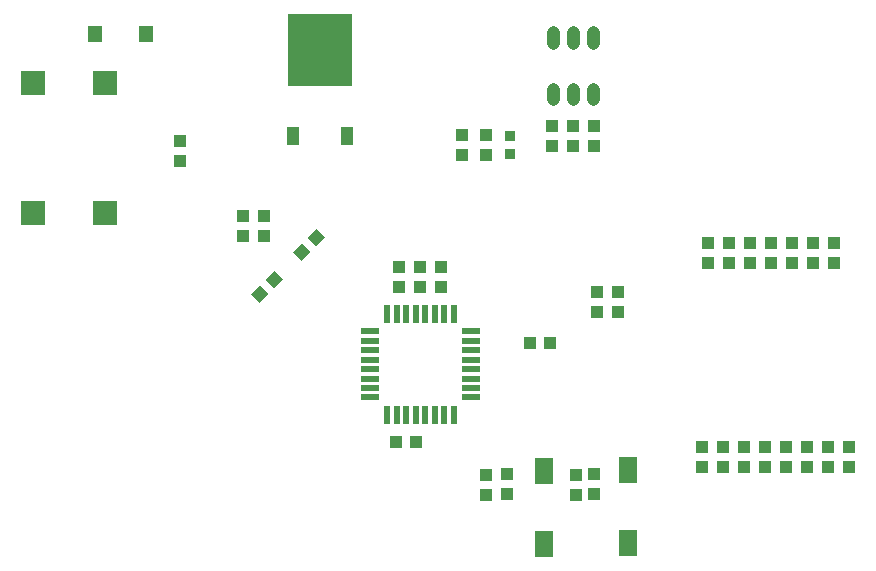
<source format=gbr>
G04 EAGLE Gerber RS-274X export*
G75*
%MOMM*%
%FSLAX34Y34*%
%LPD*%
%INSolderpaste Top*%
%IPPOS*%
%AMOC8*
5,1,8,0,0,1.08239X$1,22.5*%
G01*
%ADD10R,1.000000X1.100000*%
%ADD11R,1.100000X1.000000*%
%ADD12R,1.270000X1.470000*%
%ADD13R,0.930000X0.910000*%
%ADD14C,1.100000*%
%ADD15R,5.400000X6.200000*%
%ADD16R,1.000000X1.600000*%
%ADD17R,2.000000X2.000000*%
%ADD18R,1.600000X2.300000*%
%ADD19R,0.550000X1.500000*%
%ADD20R,1.500000X0.550000*%


D10*
X381000Y258010D03*
X381000Y240830D03*
X398780Y258010D03*
X398780Y240830D03*
D11*
X377390Y109220D03*
X360210Y109220D03*
X473510Y193040D03*
X490690Y193040D03*
D10*
X513080Y64570D03*
X513080Y81750D03*
D11*
G36*
X288016Y270785D02*
X280239Y263008D01*
X273168Y270079D01*
X280945Y277856D01*
X288016Y270785D01*
G37*
G36*
X300164Y282933D02*
X292387Y275156D01*
X285316Y282227D01*
X293093Y290004D01*
X300164Y282933D01*
G37*
G36*
X252456Y235225D02*
X244679Y227448D01*
X237608Y234519D01*
X245385Y242296D01*
X252456Y235225D01*
G37*
G36*
X264604Y247373D02*
X256827Y239596D01*
X249756Y246667D01*
X257533Y254444D01*
X264604Y247373D01*
G37*
D10*
X436880Y64570D03*
X436880Y81750D03*
X177800Y364690D03*
X177800Y347510D03*
X416560Y369770D03*
X416560Y352590D03*
X231140Y301190D03*
X231140Y284010D03*
X248920Y301190D03*
X248920Y284010D03*
X548640Y219510D03*
X548640Y236690D03*
X530860Y219510D03*
X530860Y236690D03*
X363220Y258010D03*
X363220Y240830D03*
D12*
X105500Y454660D03*
X148500Y454660D03*
D13*
X457200Y368280D03*
X457200Y353080D03*
D14*
X493032Y399490D02*
X493032Y408490D01*
X510032Y408490D02*
X510032Y399490D01*
X527032Y399490D02*
X527032Y408490D01*
X527032Y447490D02*
X527032Y456490D01*
X510032Y456490D02*
X510032Y447490D01*
X493032Y447490D02*
X493032Y456490D01*
D15*
X295656Y441306D03*
D16*
X272856Y368306D03*
X318456Y368306D03*
D17*
X114200Y413648D03*
X52700Y413648D03*
X52700Y303648D03*
X114200Y303648D03*
D10*
X660400Y260740D03*
X660400Y277740D03*
X619760Y88020D03*
X619760Y105020D03*
X744220Y88020D03*
X744220Y105020D03*
X655320Y88020D03*
X655320Y105020D03*
X690880Y88020D03*
X690880Y105020D03*
X708660Y88020D03*
X708660Y105020D03*
X673100Y88020D03*
X673100Y105020D03*
X436880Y369180D03*
X436880Y352180D03*
X528320Y82160D03*
X528320Y65160D03*
X454660Y82160D03*
X454660Y65160D03*
X678180Y260740D03*
X678180Y277740D03*
X695960Y260740D03*
X695960Y277740D03*
X713740Y260740D03*
X713740Y277740D03*
X731520Y260740D03*
X731520Y277740D03*
X624840Y260740D03*
X624840Y277740D03*
X642620Y260740D03*
X642620Y277740D03*
X726440Y88020D03*
X726440Y105020D03*
X637540Y88020D03*
X637540Y105020D03*
D18*
X557022Y24064D03*
X557022Y86064D03*
X485394Y23302D03*
X485394Y85302D03*
D19*
X409000Y218260D03*
X401000Y218260D03*
X393000Y218260D03*
X385000Y218260D03*
X377000Y218260D03*
X369000Y218260D03*
X361000Y218260D03*
X353000Y218260D03*
D20*
X338000Y203260D03*
X338000Y195260D03*
X338000Y187260D03*
X338000Y179260D03*
X338000Y171260D03*
X338000Y163260D03*
X338000Y155260D03*
X338000Y147260D03*
D19*
X353000Y132260D03*
X361000Y132260D03*
X369000Y132260D03*
X377000Y132260D03*
X385000Y132260D03*
X393000Y132260D03*
X401000Y132260D03*
X409000Y132260D03*
D20*
X424000Y147260D03*
X424000Y155260D03*
X424000Y163260D03*
X424000Y171260D03*
X424000Y179260D03*
X424000Y187260D03*
X424000Y195260D03*
X424000Y203260D03*
D10*
X528320Y376800D03*
X528320Y359800D03*
X492760Y376800D03*
X492760Y359800D03*
X510540Y376800D03*
X510540Y359800D03*
M02*

</source>
